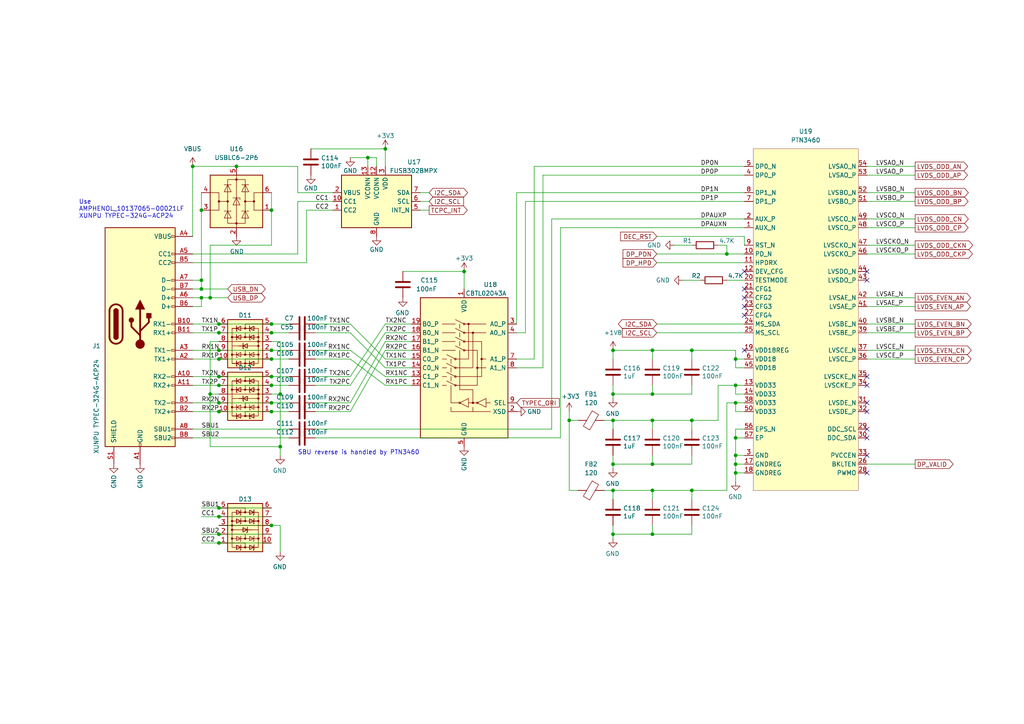
<source format=kicad_sch>
(kicad_sch (version 20231120) (generator "eeschema") (generator_version "8.0")
  (paper "A4")
  (title_block (title "Caster EPDC") (date "2022-07-03") (rev "R0.4") (company "Copyright 2022 Modos / Engineer: Wenting Zhang"))
  (lib_symbols
    (symbol "Analog_Switch:CBTL02043A"
      (property "Reference" "U" (at -12.7 21.59 0))
      (property "Value" "CBTL02043A" (at 6.35 21.59 0))
      (symbol "CBTL02043A_1_1"
        (pin power_in line (at 0 22.86 270) (length 2.54) (name "VDD") (number "1"))
        (pin passive line (at 0 22.86 270) (length 2.54) hide (name "VDD") (number "10"))
        (pin passive line (at 0 -22.86 90) (length 2.54) hide (name "GND") (number "11"))
        (pin passive line (at 15.24 -5.08 180) (length 2.54) (name "C1_N") (number "12"))
        (pin passive line (at 15.24 -2.54 180) (length 2.54) (name "C1_P") (number "13"))
        (pin passive line (at 15.24 0 180) (length 2.54) (name "C0_N") (number "14"))
        (pin passive line (at 15.24 2.54 180) (length 2.54) (name "C0_P") (number "15"))
        (pin passive line (at 15.24 5.08 180) (length 2.54) (name "B1_N") (number "16"))
        (pin passive line (at 15.24 7.62 180) (length 2.54) (name "B1_P") (number "17"))
        (pin passive line (at 15.24 10.16 180) (length 2.54) (name "B0_N") (number "18"))
        (pin passive line (at 15.24 12.7 180) (length 2.54) (name "B0_P") (number "19"))
        (pin input line (at -15.24 -12.7 0) (length 2.54) (name "XSD") (number "2"))
        (pin passive line (at 0 -22.86 90) (length 2.54) hide (name "GND") (number "20"))
        (pin passive line (at 0 -22.86 90) (length 2.54) hide (name "GND") (number "21"))
        (pin passive line (at -15.24 12.7 0) (length 2.54) (name "A0_P") (number "3"))
        (pin passive line (at -15.24 10.16 0) (length 2.54) (name "A0_N") (number "4"))
        (pin power_in line (at 0 -22.86 90) (length 2.54) (name "GND") (number "5"))
        (pin passive line (at 0 22.86 270) (length 2.54) hide (name "VDD") (number "6"))
        (pin passive line (at -15.24 2.54 0) (length 2.54) (name "A1_P") (number "7"))
        (pin passive line (at -15.24 0 0) (length 2.54) (name "A1_N") (number "8"))
        (pin input line (at -15.24 -10.16 0) (length 2.54) (name "SEL") (number "9"))
      )
    )
    (symbol "Connector:USB_C_Receptacle" (pin_names (offset 1.016))
      (property "Reference" "J" (at -10.16 29.21 0))
      (property "Value" "USB_C_Receptacle" (at 10.16 29.21 0))
      (symbol "USB_C_Receptacle_1_1"
        (pin passive line (at 0 -40.64 90) (length 5.08) (name "GND") (number "A1"))
        (pin bidirectional line (at 15.24 -15.24 180) (length 5.08) (name "RX2-") (number "A10"))
        (pin bidirectional line (at 15.24 -17.78 180) (length 5.08) (name "RX2+") (number "A11"))
        (pin passive line (at 0 -40.64 90) (length 5.08) hide (name "GND") (number "A12"))
        (pin bidirectional line (at 15.24 -10.16 180) (length 5.08) (name "TX1+") (number "A2"))
        (pin bidirectional line (at 15.24 -7.62 180) (length 5.08) (name "TX1-") (number "A3"))
        (pin passive line (at 15.24 25.4 180) (length 5.08) (name "VBUS") (number "A4"))
        (pin bidirectional line (at 15.24 20.32 180) (length 5.08) (name "CC1") (number "A5"))
        (pin bidirectional line (at 15.24 7.62 180) (length 5.08) (name "D+") (number "A6"))
        (pin bidirectional line (at 15.24 12.7 180) (length 5.08) (name "D-") (number "A7"))
        (pin bidirectional line (at 15.24 -30.48 180) (length 5.08) (name "SBU1") (number "A8"))
        (pin passive line (at 15.24 25.4 180) (length 5.08) hide (name "VBUS") (number "A9"))
        (pin passive line (at 0 -40.64 90) (length 5.08) hide (name "GND") (number "B1"))
        (pin bidirectional line (at 15.24 0 180) (length 5.08) (name "RX1-") (number "B10"))
        (pin bidirectional line (at 15.24 -2.54 180) (length 5.08) (name "RX1+") (number "B11"))
        (pin passive line (at 0 -40.64 90) (length 5.08) hide (name "GND") (number "B12"))
        (pin bidirectional line (at 15.24 -25.4 180) (length 5.08) (name "TX2+") (number "B2"))
        (pin bidirectional line (at 15.24 -22.86 180) (length 5.08) (name "TX2-") (number "B3"))
        (pin passive line (at 15.24 25.4 180) (length 5.08) hide (name "VBUS") (number "B4"))
        (pin bidirectional line (at 15.24 17.78 180) (length 5.08) (name "CC2") (number "B5"))
        (pin bidirectional line (at 15.24 5.08 180) (length 5.08) (name "D+") (number "B6"))
        (pin bidirectional line (at 15.24 10.16 180) (length 5.08) (name "D-") (number "B7"))
        (pin bidirectional line (at 15.24 -33.02 180) (length 5.08) (name "SBU2") (number "B8"))
        (pin passive line (at 15.24 25.4 180) (length 5.08) hide (name "VBUS") (number "B9"))
        (pin passive line (at -7.62 -40.64 90) (length 5.08) (name "SHIELD") (number "S1"))
      )
    )
    (symbol "Device:C" (pin_numbers hide) (pin_names (offset 0.254))
      (property "Reference" "C" (at 0.635 2.54 0))
      (property "Value" "C" (at 0.635 -2.54 0))
      (symbol "C_1_1"
        (pin passive line (at 0 3.81 270) (length 2.794) (name "~") (number "1"))
        (pin passive line (at 0 -3.81 90) (length 2.794) (name "~") (number "2"))
      )
    )
    (symbol "Device:FerriteBead" (pin_numbers hide) (pin_names (offset 0))
      (property "Reference" "FB" (at -3.81 0.635 90))
      (property "Value" "FerriteBead" (at 3.81 0 90))
      (symbol "FerriteBead_1_1"
        (pin passive line (at 0 3.81 270) (length 2.54) (name "~") (number "1"))
        (pin passive line (at 0 -3.81 90) (length 2.54) (name "~") (number "2"))
      )
    )
    (symbol "Device:R" (pin_numbers hide) (pin_names (offset 0))
      (property "Reference" "R" (at 2.032 0 90))
      (property "Value" "R" (at 0 0 90))
      (symbol "R_1_1"
        (pin passive line (at 0 3.81 270) (length 1.27) (name "~") (number "1"))
        (pin passive line (at 0 -3.81 90) (length 1.27) (name "~") (number "2"))
      )
    )
    (symbol "Interface_USB:FUSB302BMPX"
      (property "Reference" "U" (at -10.16 8.89 0))
      (property "Value" "FUSB302BMPX" (at 3.81 8.89 0))
      (symbol "FUSB302BMPX_1_1"
        (pin bidirectional line (at 12.7 -2.54 180) (length 2.54) (name "CC2") (number "1"))
        (pin bidirectional line (at 12.7 0 180) (length 2.54) (name "CC1") (number "10"))
        (pin bidirectional line (at 12.7 0 180) (length 2.54) hide (name "CC1") (number "11"))
        (pin power_in line (at 0 10.16 270) (length 2.54) (name "VCONN") (number "12"))
        (pin power_in line (at 2.54 10.16 270) (length 2.54) (name "VCONN") (number "13"))
        (pin bidirectional line (at 12.7 -2.54 180) (length 2.54) hide (name "CC2") (number "14"))
        (pin passive line (at 0 -10.16 90) (length 2.54) hide (name "GND") (number "15"))
        (pin input line (at 12.7 2.54 180) (length 2.54) (name "VBUS") (number "2"))
        (pin power_in line (at -2.54 10.16 270) (length 2.54) (name "VDD") (number "3"))
        (pin passive line (at -2.54 10.16 270) (length 2.54) hide (name "VDD") (number "4"))
        (pin open_collector line (at -12.7 -2.54 0) (length 2.54) (name "INT_N") (number "5"))
        (pin input line (at -12.7 0 0) (length 2.54) (name "SCL") (number "6"))
        (pin bidirectional line (at -12.7 2.54 0) (length 2.54) (name "SDA") (number "7"))
        (pin power_in line (at 0 -10.16 90) (length 2.54) (name "GND") (number "8"))
        (pin passive line (at 0 -10.16 90) (length 2.54) hide (name "GND") (number "9"))
      )
    )
    (symbol "Power_Protection:USBLC6-2P6" (pin_names hide)
      (property "Reference" "U" (at 2.54 8.89 0))
      (property "Value" "USBLC6-2P6" (at 2.54 -8.89 0))
      (symbol "USBLC6-2P6_1_1"
        (pin passive line (at -10.16 -2.54 0) (length 2.54) (name "I/O1") (number "1"))
        (pin passive line (at 0 -10.16 90) (length 2.54) (name "GND") (number "2"))
        (pin passive line (at 10.16 -2.54 180) (length 2.54) (name "I/O2") (number "3"))
        (pin passive line (at 10.16 2.54 180) (length 2.54) (name "I/O2") (number "4"))
        (pin passive line (at 0 10.16 270) (length 2.54) (name "VBUS") (number "5"))
        (pin passive line (at -10.16 2.54 0) (length 2.54) (name "I/O1") (number "6"))
      )
    )
    (symbol "power:+1V8" (power) (pin_names (offset 0))
      (property "Value" "+1V8" (at 0 3.556 0))
      (symbol "+1V8_1_1"
        (pin power_in line (at 0 0 90) (length 0) hide (name "+1V8") (number "1"))
      )
    )
    (symbol "power:+3V3" (power) (pin_names (offset 0))
      (property "Value" "+3V3" (at 0 3.556 0))
      (symbol "+3V3_1_1"
        (pin power_in line (at 0 0 90) (length 0) hide (name "+3V3") (number "1"))
      )
    )
    (symbol "power:GND" (power) (pin_names (offset 0))
      (property "Value" "GND" (at 0 -3.81 0))
      (symbol "GND_1_1"
        (pin power_in line (at 0 0 270) (length 0) hide (name "GND") (number "1"))
      )
    )
    (symbol "power:VBUS" (power) (pin_names (offset 0))
      (property "Value" "VBUS" (at 0 3.81 0))
      (symbol "VBUS_1_1"
        (pin power_in line (at 0 0 90) (length 0) hide (name "VBUS") (number "1"))
      )
    )
    (symbol "symbols:PTN3460"
      (property "Reference" "U" (at 0 0 0))
      (property "Value" "PTN3460" (at 0 -2.54 0))
      (symbol "PTN3460_1_1"
        (pin bidirectional line (at -17.78 -27.94 0) (length 2.54) (name "AUX_N") (number "1"))
        (pin input line (at -17.78 -35.56 0) (length 2.54) (name "PD_N") (number "10"))
        (pin input line (at -17.78 -38.1 0) (length 2.54) (name "HPDRX") (number "11"))
        (pin input line (at -17.78 -40.64 0) (length 2.54) (name "DEV_CFG") (number "12"))
        (pin power_in line (at -17.78 -73.66 0) (length 2.54) (name "VDD33") (number "13"))
        (pin power_in line (at -17.78 -76.2 0) (length 2.54) (name "VDD33") (number "14"))
        (pin input line (at 0 -93.98 0) (length 2.54) hide (name "NC") (number "15"))
        (pin input line (at 0 -96.52 0) (length 2.54) hide (name "NC") (number "16"))
        (pin power_in line (at -17.78 -96.52 0) (length 2.54) (name "GNDREG") (number "17"))
        (pin power_in line (at -17.78 -99.06 0) (length 2.54) (name "GNDREG") (number "18"))
        (pin power_out line (at -17.78 -63.5 0) (length 2.54) (name "VDD18REG") (number "19"))
        (pin bidirectional line (at -17.78 -25.4 0) (length 2.54) (name "AUX_P") (number "2"))
        (pin input line (at -17.78 -43.18 0) (length 2.54) (name "TESTMODE") (number "20"))
        (pin input line (at -17.78 -45.72 0) (length 2.54) (name "CFG1") (number "21"))
        (pin input line (at -17.78 -48.26 0) (length 2.54) (name "CFG2") (number "22"))
        (pin input line (at -17.78 -50.8 0) (length 2.54) (name "CFG3") (number "23"))
        (pin input line (at -17.78 -55.88 0) (length 2.54) (name "MS_SDA") (number "24"))
        (pin input line (at -17.78 -58.42 0) (length 2.54) (name "MS_SCL") (number "25"))
        (pin output line (at 17.78 -96.52 180) (length 2.54) (name "BKLTEN") (number "26"))
        (pin input line (at -17.78 -53.34 0) (length 2.54) (name "CFG4") (number "27"))
        (pin output line (at 17.78 -99.06 180) (length 2.54) (name "PWMO") (number "28"))
        (pin open_collector line (at 17.78 -86.36 180) (length 2.54) (name "DDC_SCL") (number "29"))
        (pin power_in line (at -17.78 -93.98 0) (length 2.54) (name "GND") (number "3"))
        (pin open_collector line (at 17.78 -88.9 180) (length 2.54) (name "DDC_SDA") (number "30"))
        (pin output line (at 17.78 -78.74 180) (length 2.54) (name "LVSDE_N") (number "31"))
        (pin output line (at 17.78 -81.28 180) (length 2.54) (name "LVSDE_P") (number "32"))
        (pin output line (at 17.78 -93.98 180) (length 2.54) (name "PVCCEN") (number "33"))
        (pin output line (at 17.78 -73.66 180) (length 2.54) (name "LVSCKE_P") (number "34"))
        (pin output line (at 17.78 -71.12 180) (length 2.54) (name "LVSCKE_N") (number "35"))
        (pin output line (at 17.78 -66.04 180) (length 2.54) (name "LVSCE_P") (number "36"))
        (pin output line (at 17.78 -63.5 180) (length 2.54) (name "LVSCE_N") (number "37"))
        (pin power_in line (at -17.78 -78.74 0) (length 2.54) (name "VDD33") (number "38"))
        (pin output line (at 17.78 -58.42 180) (length 2.54) (name "LVSBE_P") (number "39"))
        (pin input line (at -17.78 -12.7 0) (length 2.54) (name "DP0_P") (number "4"))
        (pin output line (at 17.78 -55.88 180) (length 2.54) (name "LVSBE_N") (number "40"))
        (pin output line (at 17.78 -50.8 180) (length 2.54) (name "LVSAE_P") (number "41"))
        (pin output line (at 17.78 -48.26 180) (length 2.54) (name "LVSAE_N") (number "42"))
        (pin output line (at 17.78 -43.18 180) (length 2.54) (name "LVSDO_P") (number "43"))
        (pin output line (at 17.78 -40.64 180) (length 2.54) (name "LVSDO_N") (number "44"))
        (pin power_in line (at -17.78 -68.58 0) (length 2.54) (name "VDD18") (number "45"))
        (pin output line (at 17.78 -35.56 180) (length 2.54) (name "LVSCKO_P") (number "46"))
        (pin output line (at 17.78 -33.02 180) (length 2.54) (name "LVSCKO_N") (number "47"))
        (pin output line (at 17.78 -27.94 180) (length 2.54) (name "LVSCO_P") (number "48"))
        (pin output line (at 17.78 -25.4 180) (length 2.54) (name "LVSCO_N") (number "49"))
        (pin input line (at -17.78 -10.16 0) (length 2.54) (name "DP0_N") (number "5"))
        (pin power_in line (at -17.78 -81.28 0) (length 2.54) (name "VDD33") (number "50"))
        (pin output line (at 17.78 -20.32 180) (length 2.54) (name "LVSBO_P") (number "51"))
        (pin output line (at 17.78 -17.78 180) (length 2.54) (name "LVSBO_N") (number "52"))
        (pin output line (at 17.78 -12.7 180) (length 2.54) (name "LVSAO_P") (number "53"))
        (pin output line (at 17.78 -10.16 180) (length 2.54) (name "LVSAO_N") (number "54"))
        (pin input line (at 0 -99.06 0) (length 2.54) hide (name "NC") (number "55"))
        (pin input line (at -17.78 -86.36 0) (length 2.54) (name "EPS_N") (number "56"))
        (pin input line (at -17.78 -88.9 0) (length 2.54) (name "EP") (number "57"))
        (pin power_in line (at -17.78 -66.04 0) (length 2.54) (name "VDD18") (number "6"))
        (pin input line (at -17.78 -20.32 0) (length 2.54) (name "DP1_P") (number "7"))
        (pin input line (at -17.78 -17.78 0) (length 2.54) (name "DP1_N") (number "8"))
        (pin input line (at -17.78 -33.02 0) (length 2.54) (name "RST_N") (number "9"))
      )
    )
    (symbol "symbols:RCLAMP0524P" (pin_names hide)
      (property "Reference" "D" (at 7.62 1.27 0))
      (property "Value" "RCLAMP0524P" (at 7.62 -0.635 0))
      (symbol "RCLAMP0524P_0_0"
        (pin passive line (at 0 -7.62 90) (length 2.54) (name "GND") (number "3"))
      )
      (symbol "RCLAMP0524P_1_1"
        (pin passive line (at -5.08 -7.62 90) (length 2.54) (name "IO1") (number "1"))
        (pin passive line (at -5.08 7.62 270) (length 2.54) (name "NC4") (number "10"))
        (pin passive line (at -2.54 -7.62 90) (length 2.54) (name "IO2") (number "2"))
        (pin passive line (at 2.54 -7.62 90) (length 2.54) (name "IO3") (number "4"))
        (pin passive line (at 5.08 -7.62 90) (length 2.54) (name "IO4") (number "5"))
        (pin passive line (at 5.08 7.62 270) (length 2.54) (name "NC1") (number "6"))
        (pin passive line (at 2.54 7.62 270) (length 2.54) (name "NC2") (number "7"))
        (pin passive line (at 0 7.62 270) (length 2.54) (name "GND") (number "8"))
        (pin passive line (at -2.54 7.62 270) (length 2.54) (name "NC3") (number "9"))
      )
    )
  )
  (junction (at 177.8 142.24) (diameter 0.9144))
  (junction (at 213.36 127))
  (junction (at 63.5 147.32))
  (junction (at 189.23 101.6) (diameter 0.9144))
  (junction (at 177.8 101.6))
  (junction (at 78.74 109.22))
  (junction (at 78.74 96.52))
  (junction (at 60.96 86.36))
  (junction (at 58.42 81.28))
  (junction (at 63.5 93.98))
  (junction (at 81.28 129.54))
  (junction (at 177.8 134.62) (diameter 0.9144))
  (junction (at 189.23 154.94) (diameter 0.9144))
  (junction (at 78.74 152.4))
  (junction (at 63.5 101.6))
  (junction (at 78.74 111.76))
  (junction (at 213.36 134.62) (diameter 0.9144))
  (junction (at 78.74 104.14))
  (junction (at 78.74 119.38))
  (junction (at 63.5 111.76))
  (junction (at 78.74 101.6))
  (junction (at 63.5 157.48))
  (junction (at 213.36 116.84) (diameter 0.9144))
  (junction (at 58.42 60.96))
  (junction (at 78.74 116.84))
  (junction (at 111.76 43.18))
  (junction (at 63.5 109.22))
  (junction (at 213.36 104.14) (diameter 0.9144))
  (junction (at 68.58 48.26))
  (junction (at 106.68 45.72))
  (junction (at 189.23 142.24) (diameter 0.9144))
  (junction (at 177.8 121.92) (diameter 0.9144))
  (junction (at 78.74 93.98))
  (junction (at 63.5 96.52))
  (junction (at 63.5 116.84))
  (junction (at 189.23 134.62) (diameter 0.9144))
  (junction (at 81.28 114.3))
  (junction (at 213.36 132.08) (diameter 0.9144))
  (junction (at 60.96 114.3))
  (junction (at 63.5 104.14))
  (junction (at 134.62 78.74))
  (junction (at 213.36 137.16) (diameter 0.9144))
  (junction (at 177.8 154.94) (diameter 0.9144))
  (junction (at 63.5 154.94))
  (junction (at 58.42 86.36))
  (junction (at 189.23 114.3) (diameter 0.9144))
  (junction (at 165.1 121.92) (diameter 0.9144))
  (junction (at 200.66 142.24) (diameter 0.9144))
  (junction (at 210.82 73.66))
  (junction (at 78.74 60.96))
  (junction (at 177.8 114.3) (diameter 0.9144))
  (junction (at 63.5 119.38))
  (junction (at 55.88 48.26))
  (junction (at 200.66 121.92) (diameter 0.9144))
  (junction (at 58.42 83.82))
  (junction (at 189.23 121.92) (diameter 0.9144))
  (junction (at 200.66 101.6) (diameter 0.9144))
  (junction (at 63.5 149.86))
  (junction (at 213.36 111.76) (diameter 0.9144))
  (no_connect (at 251.46 78.74))
  (no_connect (at 215.9 91.44))
  (no_connect (at 215.9 101.6))
  (no_connect (at 251.46 111.76))
  (no_connect (at 251.46 124.46))
  (no_connect (at 215.9 88.9))
  (no_connect (at 251.46 127))
  (no_connect (at 251.46 81.28))
  (no_connect (at 215.9 86.36))
  (no_connect (at 215.9 78.74))
  (no_connect (at 251.46 119.38))
  (no_connect (at 251.46 132.08))
  (no_connect (at 215.9 83.82))
  (no_connect (at 251.46 109.22))
  (no_connect (at 251.46 116.84))
  (no_connect (at 251.46 137.16))
  (wire (pts (xy 91.44 119.38) (xy 101.6 119.38)))
  (wire (pts (xy 213.36 124.46) (xy 213.36 127)))
  (wire (pts (xy 63.5 147.32) (xy 78.74 147.32)))
  (wire (pts (xy 198.12 81.28) (xy 203.2 81.28)))
  (wire (pts (xy 78.74 60.96) (xy 78.74 55.88)))
  (wire (pts (xy 251.46 73.66) (xy 265.43 73.66)))
  (wire (pts (xy 78.74 71.12) (xy 60.96 71.12)))
  (wire (pts (xy 101.6 96.52) (xy 111.76 106.68)))
  (wire (pts (xy 111.76 111.76) (xy 119.38 111.76)))
  (wire (pts (xy 165.1 119.38) (xy 165.1 121.92)))
  (wire (pts (xy 251.46 101.6) (xy 265.43 101.6)))
  (wire (pts (xy 149.86 55.88) (xy 149.86 93.98)))
  (wire (pts (xy 177.8 142.24) (xy 177.8 144.78)))
  (wire (pts (xy 149.86 55.88) (xy 215.9 55.88)))
  (wire (pts (xy 55.88 86.36) (xy 58.42 86.36)))
  (wire (pts (xy 157.48 50.8) (xy 215.9 50.8)))
  (wire (pts (xy 91.44 111.76) (xy 101.6 111.76)))
  (wire (pts (xy 177.8 154.94) (xy 177.8 156.21)))
  (wire (pts (xy 215.9 68.58) (xy 215.9 71.12)))
  (wire (pts (xy 165.1 121.92) (xy 167.64 121.92)))
  (wire (pts (xy 78.74 152.4) (xy 81.28 152.4)))
  (wire (pts (xy 215.9 114.3) (xy 213.36 114.3)))
  (wire (pts (xy 154.94 48.26) (xy 215.9 48.26)))
  (wire (pts (xy 63.5 116.84) (xy 78.74 116.84)))
  (wire (pts (xy 189.23 154.94) (xy 200.66 154.94)))
  (wire (pts (xy 165.1 142.24) (xy 167.64 142.24)))
  (wire (pts (xy 60.96 114.3) (xy 60.96 129.54)))
  (wire (pts (xy 101.6 101.6) (xy 111.76 109.22)))
  (wire (pts (xy 213.36 119.38) (xy 213.36 116.84)))
  (wire (pts (xy 213.36 111.76) (xy 215.9 111.76)))
  (wire (pts (xy 121.92 55.88) (xy 124.46 55.88)))
  (wire (pts (xy 91.44 96.52) (xy 101.6 96.52)))
  (wire (pts (xy 91.44 93.98) (xy 101.6 93.98)))
  (wire (pts (xy 189.23 142.24) (xy 177.8 142.24)))
  (wire (pts (xy 58.42 86.36) (xy 60.96 86.36)))
  (wire (pts (xy 213.36 137.16) (xy 215.9 137.16)))
  (wire (pts (xy 55.88 124.46) (xy 83.82 124.46)))
  (wire (pts (xy 251.46 58.42) (xy 265.43 58.42)))
  (wire (pts (xy 213.36 104.14) (xy 215.9 104.14)))
  (wire (pts (xy 111.76 96.52) (xy 119.38 96.52)))
  (wire (pts (xy 78.74 116.84) (xy 83.82 116.84)))
  (wire (pts (xy 88.9 60.96) (xy 96.52 60.96)))
  (wire (pts (xy 160.02 63.5) (xy 215.9 63.5)))
  (wire (pts (xy 149.86 96.52) (xy 152.4 96.52)))
  (wire (pts (xy 81.28 114.3) (xy 81.28 129.54)))
  (wire (pts (xy 200.66 132.08) (xy 200.66 134.62)))
  (wire (pts (xy 55.88 73.66) (xy 86.36 73.66)))
  (wire (pts (xy 55.88 119.38) (xy 63.5 119.38)))
  (wire (pts (xy 58.42 60.96) (xy 58.42 55.88)))
  (wire (pts (xy 210.82 81.28) (xy 215.9 81.28)))
  (wire (pts (xy 189.23 114.3) (xy 177.8 114.3)))
  (wire (pts (xy 55.88 83.82) (xy 58.42 83.82)))
  (wire (pts (xy 55.88 116.84) (xy 63.5 116.84)))
  (wire (pts (xy 55.88 111.76) (xy 63.5 111.76)))
  (wire (pts (xy 189.23 101.6) (xy 189.23 104.14)))
  (wire (pts (xy 78.74 119.38) (xy 83.82 119.38)))
  (wire (pts (xy 111.76 93.98) (xy 119.38 93.98)))
  (wire (pts (xy 91.44 124.46) (xy 160.02 124.46)))
  (wire (pts (xy 190.5 68.58) (xy 215.9 68.58)))
  (wire (pts (xy 55.88 93.98) (xy 63.5 93.98)))
  (wire (pts (xy 63.5 104.14) (xy 78.74 104.14)))
  (wire (pts (xy 251.46 96.52) (xy 265.43 96.52)))
  (wire (pts (xy 60.96 129.54) (xy 81.28 129.54)))
  (wire (pts (xy 210.82 116.84) (xy 213.36 116.84)))
  (wire (pts (xy 177.8 152.4) (xy 177.8 154.94)))
  (wire (pts (xy 58.42 83.82) (xy 58.42 81.28)))
  (wire (pts (xy 78.74 104.14) (xy 83.82 104.14)))
  (wire (pts (xy 213.36 132.08) (xy 215.9 132.08)))
  (wire (pts (xy 63.5 157.48) (xy 78.74 157.48)))
  (wire (pts (xy 200.66 142.24) (xy 189.23 142.24)))
  (wire (pts (xy 63.5 152.4) (xy 78.74 152.4)))
  (wire (pts (xy 91.44 104.14) (xy 101.6 104.14)))
  (wire (pts (xy 60.96 86.36) (xy 66.04 86.36)))
  (wire (pts (xy 58.42 154.94) (xy 63.5 154.94)))
  (wire (pts (xy 251.46 63.5) (xy 265.43 63.5)))
  (wire (pts (xy 55.88 127) (xy 83.82 127)))
  (wire (pts (xy 200.66 101.6) (xy 189.23 101.6)))
  (wire (pts (xy 213.36 116.84) (xy 215.9 116.84)))
  (wire (pts (xy 162.56 66.04) (xy 215.9 66.04)))
  (wire (pts (xy 251.46 71.12) (xy 265.43 71.12)))
  (wire (pts (xy 111.76 104.14) (xy 119.38 104.14)))
  (wire (pts (xy 63.5 119.38) (xy 78.74 119.38)))
  (wire (pts (xy 162.56 66.04) (xy 162.56 127)))
  (wire (pts (xy 208.28 71.12) (xy 210.82 71.12)))
  (wire (pts (xy 55.88 109.22) (xy 63.5 109.22)))
  (wire (pts (xy 189.23 154.94) (xy 177.8 154.94)))
  (wire (pts (xy 152.4 58.42) (xy 152.4 96.52)))
  (wire (pts (xy 101.6 109.22) (xy 111.76 93.98)))
  (wire (pts (xy 189.23 152.4) (xy 189.23 154.94)))
  (wire (pts (xy 213.36 134.62) (xy 213.36 137.16)))
  (wire (pts (xy 177.8 111.76) (xy 177.8 114.3)))
  (wire (pts (xy 78.74 114.3) (xy 81.28 114.3)))
  (wire (pts (xy 121.92 60.96) (xy 124.46 60.96)))
  (wire (pts (xy 190.5 93.98) (xy 215.9 93.98)))
  (wire (pts (xy 190.5 76.2) (xy 215.9 76.2)))
  (wire (pts (xy 58.42 88.9) (xy 58.42 86.36)))
  (wire (pts (xy 213.36 137.16) (xy 213.36 139.7)))
  (wire (pts (xy 149.86 106.68) (xy 157.48 106.68)))
  (wire (pts (xy 200.66 111.76) (xy 200.66 114.3)))
  (wire (pts (xy 78.74 93.98) (xy 83.82 93.98)))
  (wire (pts (xy 160.02 63.5) (xy 160.02 124.46)))
  (wire (pts (xy 116.84 78.74) (xy 134.62 78.74)))
  (wire (pts (xy 63.5 154.94) (xy 78.74 154.94)))
  (wire (pts (xy 213.36 127) (xy 213.36 132.08)))
  (wire (pts (xy 208.28 111.76) (xy 213.36 111.76)))
  (wire (pts (xy 210.82 71.12) (xy 210.82 73.66)))
  (wire (pts (xy 58.42 81.28) (xy 58.42 60.96)))
  (wire (pts (xy 55.88 76.2) (xy 88.9 76.2)))
  (wire (pts (xy 200.66 101.6) (xy 213.36 101.6)))
  (wire (pts (xy 200.66 152.4) (xy 200.66 154.94)))
  (wire (pts (xy 101.6 119.38) (xy 111.76 101.6)))
  (wire (pts (xy 109.22 45.72) (xy 109.22 48.26)))
  (wire (pts (xy 189.23 142.24) (xy 189.23 144.78)))
  (wire (pts (xy 63.5 101.6) (xy 78.74 101.6)))
  (wire (pts (xy 121.92 58.42) (xy 124.46 58.42)))
  (wire (pts (xy 90.17 43.18) (xy 111.76 43.18)))
  (wire (pts (xy 63.5 93.98) (xy 78.74 93.98)))
  (wire (pts (xy 189.23 114.3) (xy 200.66 114.3)))
  (wire (pts (xy 200.66 142.24) (xy 200.66 144.78)))
  (wire (pts (xy 177.8 132.08) (xy 177.8 134.62)))
  (wire (pts (xy 195.58 71.12) (xy 200.66 71.12)))
  (wire (pts (xy 251.46 66.04) (xy 265.43 66.04)))
  (wire (pts (xy 213.36 132.08) (xy 213.36 134.62)))
  (wire (pts (xy 55.88 88.9) (xy 58.42 88.9)))
  (wire (pts (xy 251.46 134.62) (xy 265.43 134.62)))
  (wire (pts (xy 175.26 142.24) (xy 177.8 142.24)))
  (wire (pts (xy 86.36 55.88) (xy 86.36 48.26)))
  (wire (pts (xy 78.74 60.96) (xy 78.74 71.12)))
  (wire (pts (xy 58.42 157.48) (xy 63.5 157.48)))
  (wire (pts (xy 251.46 50.8) (xy 265.43 50.8)))
  (wire (pts (xy 55.88 104.14) (xy 63.5 104.14)))
  (wire (pts (xy 189.23 121.92) (xy 177.8 121.92)))
  (wire (pts (xy 200.66 121.92) (xy 208.28 121.92)))
  (wire (pts (xy 154.94 48.26) (xy 154.94 104.14)))
  (wire (pts (xy 106.68 48.26) (xy 106.68 45.72)))
  (wire (pts (xy 189.23 134.62) (xy 177.8 134.62)))
  (wire (pts (xy 63.5 114.3) (xy 60.96 114.3)))
  (wire (pts (xy 165.1 121.92) (xy 165.1 142.24)))
  (wire (pts (xy 189.23 121.92) (xy 189.23 124.46)))
  (wire (pts (xy 189.23 111.76) (xy 189.23 114.3)))
  (wire (pts (xy 78.74 96.52) (xy 83.82 96.52)))
  (wire (pts (xy 213.36 106.68) (xy 213.36 104.14)))
  (wire (pts (xy 177.8 114.3) (xy 177.8 115.57)))
  (wire (pts (xy 101.6 116.84) (xy 111.76 99.06)))
  (wire (pts (xy 88.9 60.96) (xy 88.9 76.2)))
  (wire (pts (xy 55.88 48.26) (xy 55.88 68.58)))
  (wire (pts (xy 106.68 45.72) (xy 109.22 45.72)))
  (wire (pts (xy 208.28 111.76) (xy 208.28 121.92)))
  (wire (pts (xy 200.66 121.92) (xy 189.23 121.92)))
  (wire (pts (xy 63.5 111.76) (xy 78.74 111.76)))
  (wire (pts (xy 251.46 55.88) (xy 265.43 55.88)))
  (wire (pts (xy 134.62 78.74) (xy 134.62 83.82)))
  (wire (pts (xy 215.9 124.46) (xy 213.36 124.46)))
  (wire (pts (xy 177.8 101.6) (xy 177.8 104.14)))
  (wire (pts (xy 213.36 134.62) (xy 215.9 134.62)))
  (wire (pts (xy 251.46 86.36) (xy 265.43 86.36)))
  (wire (pts (xy 190.5 96.52) (xy 215.9 96.52)))
  (wire (pts (xy 86.36 58.42) (xy 86.36 73.66)))
  (wire (pts (xy 101.6 93.98) (xy 111.76 104.14)))
  (wire (pts (xy 81.28 129.54) (xy 81.28 132.08)))
  (wire (pts (xy 86.36 58.42) (xy 96.52 58.42)))
  (wire (pts (xy 251.46 48.26) (xy 265.43 48.26)))
  (wire (pts (xy 101.6 111.76) (xy 111.76 96.52)))
  (wire (pts (xy 157.48 50.8) (xy 157.48 106.68)))
  (wire (pts (xy 101.6 45.72) (xy 106.68 45.72)))
  (wire (pts (xy 111.76 99.06) (xy 119.38 99.06)))
  (wire (pts (xy 200.66 121.92) (xy 200.66 124.46)))
  (wire (pts (xy 55.88 48.26) (xy 68.58 48.26)))
  (wire (pts (xy 91.44 127) (xy 162.56 127)))
  (wire (pts (xy 78.74 111.76) (xy 83.82 111.76)))
  (wire (pts (xy 101.6 104.14) (xy 111.76 111.76)))
  (wire (pts (xy 251.46 88.9) (xy 265.43 88.9)))
  (wire (pts (xy 55.88 101.6) (xy 63.5 101.6)))
  (wire (pts (xy 63.5 96.52) (xy 78.74 96.52)))
  (wire (pts (xy 58.42 149.86) (xy 63.5 149.86)))
  (wire (pts (xy 86.36 48.26) (xy 68.58 48.26)))
  (wire (pts (xy 63.5 149.86) (xy 78.74 149.86)))
  (wire (pts (xy 111.76 106.68) (xy 119.38 106.68)))
  (wire (pts (xy 91.44 116.84) (xy 101.6 116.84)))
  (wire (pts (xy 200.66 101.6) (xy 200.66 104.14)))
  (wire (pts (xy 215.9 127) (xy 213.36 127)))
  (wire (pts (xy 149.86 104.14) (xy 154.94 104.14)))
  (wire (pts (xy 55.88 81.28) (xy 58.42 81.28)))
  (wire (pts (xy 91.44 109.22) (xy 101.6 109.22)))
  (wire (pts (xy 81.28 99.06) (xy 81.28 114.3)))
  (wire (pts (xy 78.74 99.06) (xy 81.28 99.06)))
  (wire (pts (xy 63.5 109.22) (xy 78.74 109.22)))
  (wire (pts (xy 60.96 71.12) (xy 60.96 86.36)))
  (wire (pts (xy 152.4 58.42) (xy 215.9 58.42)))
  (wire (pts (xy 213.36 104.14) (xy 213.36 101.6)))
  (wire (pts (xy 60.96 99.06) (xy 60.96 114.3)))
  (wire (pts (xy 189.23 101.6) (xy 177.8 101.6)))
  (wire (pts (xy 177.8 121.92) (xy 177.8 124.46)))
  (wire (pts (xy 96.52 55.88) (xy 86.36 55.88)))
  (wire (pts (xy 91.44 101.6) (xy 101.6 101.6)))
  (wire (pts (xy 215.9 106.68) (xy 213.36 106.68)))
  (wire (pts (xy 190.5 73.66) (xy 210.82 73.66)))
  (wire (pts (xy 189.23 134.62) (xy 200.66 134.62)))
  (wire (pts (xy 111.76 43.18) (xy 111.76 48.26)))
  (wire (pts (xy 251.46 104.14) (xy 265.43 104.14)))
  (wire (pts (xy 189.23 132.08) (xy 189.23 134.62)))
  (wire (pts (xy 213.36 114.3) (xy 213.36 111.76)))
  (wire (pts (xy 210.82 142.24) (xy 210.82 116.84)))
  (wire (pts (xy 210.82 73.66) (xy 215.9 73.66)))
  (wire (pts (xy 55.88 96.52) (xy 63.5 96.52)))
  (wire (pts (xy 175.26 121.92) (xy 177.8 121.92)))
  (wire (pts (xy 111.76 109.22) (xy 119.38 109.22)))
  (wire (pts (xy 58.42 83.82) (xy 66.04 83.82)))
  (wire (pts (xy 251.46 93.98) (xy 265.43 93.98)))
  (wire (pts (xy 63.5 99.06) (xy 60.96 99.06)))
  (wire (pts (xy 111.76 101.6) (xy 119.38 101.6)))
  (wire (pts (xy 213.36 119.38) (xy 215.9 119.38)))
  (wire (pts (xy 58.42 147.32) (xy 63.5 147.32)))
  (wire (pts (xy 200.66 142.24) (xy 210.82 142.24)))
  (wire (pts (xy 81.28 152.4) (xy 81.28 160.02)))
  (wire (pts (xy 78.74 101.6) (xy 83.82 101.6)))
  (wire (pts (xy 78.74 109.22) (xy 83.82 109.22)))
  (wire (pts (xy 177.8 134.62) (xy 177.8 135.89)))
  (text "Use\nAMPHENOL_10137065-00021LF\nXUNPU TYPEC-324G-ACP24" (at 22.86 63.5 0) (effects (font (size 1.27 1.27)) (justify left bottom)))
  (text "SBU reverse is handled by PTN3460" (at 86.36 132.08 0) (effects (font (size 1.27 1.27)) (justify left bottom)))
  (label "DPAUXN" (at 203.2 66.04 0))
  (label "SBU1" (at 58.42 147.32 0))
  (label "LVSBO_N" (at 254 55.88 0))
  (label "RX2N" (at 58.42 116.84 0))
  (label "LVSCKO_P" (at 254 73.66 0))
  (label "TX2P" (at 58.42 111.76 0))
  (label "RX1PC" (at 101.6 104.14 180))
  (label "LVSAE_N" (at 254 86.36 0))
  (label "LVSCE_P" (at 254 104.14 0))
  (label "SBU1" (at 58.42 124.46 0))
  (label "LVSCO_P" (at 254 66.04 0))
  (label "RX1PC" (at 111.76 111.76 0))
  (label "TX1PC" (at 101.6 96.52 180))
  (label "TX1N" (at 58.42 93.98 0))
  (label "LVSBO_P" (at 254 58.42 0))
  (label "DP0N" (at 203.2 48.26 0))
  (label "DP0P" (at 203.2 50.8 0))
  (label "RX1P" (at 58.42 104.14 0))
  (label "TX2NC" (at 111.76 93.98 0))
  (label "TX1NC" (at 101.6 93.98 180))
  (label "RX2P" (at 58.42 119.38 0))
  (label "TX1NC" (at 111.76 104.14 0))
  (label "RX2NC" (at 101.6 116.84 180))
  (label "RX2NC" (at 111.76 99.06 0))
  (label "TX2N" (at 58.42 109.22 0))
  (label "SBU2" (at 58.42 154.94 0))
  (label "CC1" (at 91.44 58.42 0))
  (label "TX2PC" (at 101.6 111.76 180))
  (label "TX1P" (at 58.42 96.52 0))
  (label "TX2NC" (at 101.6 109.22 180))
  (label "LVSAO_P" (at 254 50.8 0))
  (label "RX1NC" (at 101.6 101.6 180))
  (label "RX2PC" (at 101.6 119.38 180))
  (label "LVSAO_N" (at 254 48.26 0))
  (label "TX2PC" (at 111.76 96.52 0))
  (label "DP1N" (at 203.2 55.88 0))
  (label "LVSBE_P" (at 254 96.52 0))
  (label "CC2" (at 91.44 60.96 0))
  (label "CC2" (at 58.42 157.48 0))
  (label "CC1" (at 58.42 149.86 0))
  (label "DPAUXP" (at 203.2 63.5 0))
  (label "RX1N" (at 58.42 101.6 0))
  (label "DP1P" (at 203.2 58.42 0))
  (label "LVSCO_N" (at 254 63.5 0))
  (label "LVSCKO_N" (at 254 71.12 0))
  (label "LVSCE_N" (at 254 101.6 0))
  (label "RX2PC" (at 111.76 101.6 0))
  (label "LVSBE_N" (at 254 93.98 0))
  (label "SBU2" (at 58.42 127 0))
  (label "RX1NC" (at 111.76 109.22 0))
  (label "TX1PC" (at 111.76 106.68 0))
  (label "LVSAE_P" (at 254 88.9 0))
  (global_label "TYPEC_ORI" (shape input) (at 149.86 116.84 0) (property "Intersheetrefs" "${INTERSHEET_REFS}" (effects (hide yes))))
  (global_label "LVDS_ODD_BP" (shape output) (at 265.43 58.42 0) (property "Intersheetrefs" "${INTERSHEET_REFS}" (effects (hide yes))))
  (global_label "LVDS_ODD_AP" (shape output) (at 265.43 50.8 0) (property "Intersheetrefs" "${INTERSHEET_REFS}" (effects (hide yes))))
  (global_label "LVDS_ODD_CKP" (shape output) (at 265.43 73.66 0) (property "Intersheetrefs" "${INTERSHEET_REFS}" (effects (hide yes))))
  (global_label "TCPC_INT" (shape output) (at 124.46 60.96 0) (property "Intersheetrefs" "${INTERSHEET_REFS}" (effects (hide yes))))
  (global_label "DP_PDN" (shape input) (at 190.5 73.66 180) (property "Intersheetrefs" "${INTERSHEET_REFS}" (effects (hide yes))))
  (global_label "LVDS_ODD_CP" (shape output) (at 265.43 66.04 0) (property "Intersheetrefs" "${INTERSHEET_REFS}" (effects (hide yes))))
  (global_label "LVDS_ODD_CKN" (shape output) (at 265.43 71.12 0) (property "Intersheetrefs" "${INTERSHEET_REFS}" (effects (hide yes))))
  (global_label "I2C_SCL" (shape input) (at 124.46 58.42 0) (property "Intersheetrefs" "${INTERSHEET_REFS}" (effects (hide yes))))
  (global_label "LVDS_ODD_AN" (shape output) (at 265.43 48.26 0) (property "Intersheetrefs" "${INTERSHEET_REFS}" (effects (hide yes))))
  (global_label "LVDS_ODD_CN" (shape output) (at 265.43 63.5 0) (property "Intersheetrefs" "${INTERSHEET_REFS}" (effects (hide yes))))
  (global_label "I2C_SDA" (shape bidirectional) (at 190.5 93.98 180) (property "Intersheetrefs" "${INTERSHEET_REFS}" (effects (hide yes))))
  (global_label "LVDS_EVEN_CP" (shape output) (at 265.43 104.14 0) (property "Intersheetrefs" "${INTERSHEET_REFS}" (effects (hide yes))))
  (global_label "USB_DP" (shape bidirectional) (at 66.04 86.36 0) (property "Intersheetrefs" "${INTERSHEET_REFS}" (effects (hide yes))))
  (global_label "LVDS_EVEN_BP" (shape output) (at 265.43 96.52 0) (property "Intersheetrefs" "${INTERSHEET_REFS}" (effects (hide yes))))
  (global_label "LVDS_ODD_BN" (shape output) (at 265.43 55.88 0) (property "Intersheetrefs" "${INTERSHEET_REFS}" (effects (hide yes))))
  (global_label "LVDS_EVEN_AP" (shape output) (at 265.43 88.9 0) (property "Intersheetrefs" "${INTERSHEET_REFS}" (effects (hide yes))))
  (global_label "LVDS_EVEN_BN" (shape output) (at 265.43 93.98 0) (property "Intersheetrefs" "${INTERSHEET_REFS}" (effects (hide yes))))
  (global_label "I2C_SDA" (shape bidirectional) (at 124.46 55.88 0) (property "Intersheetrefs" "${INTERSHEET_REFS}" (effects (hide yes))))
  (global_label "LVDS_EVEN_AN" (shape output) (at 265.43 86.36 0) (property "Intersheetrefs" "${INTERSHEET_REFS}" (effects (hide yes))))
  (global_label "USB_DN" (shape bidirectional) (at 66.04 83.82 0) (property "Intersheetrefs" "${INTERSHEET_REFS}" (effects (hide yes))))
  (global_label "DEC_RST" (shape input) (at 190.5 68.58 180) (property "Intersheetrefs" "${INTERSHEET_REFS}" (effects (hide yes))))
  (global_label "LVDS_EVEN_CN" (shape output) (at 265.43 101.6 0) (property "Intersheetrefs" "${INTERSHEET_REFS}" (effects (hide yes))))
  (global_label "DP_VALID" (shape output) (at 265.43 134.62 0) (property "Intersheetrefs" "${INTERSHEET_REFS}" (effects (hide yes))))
  (global_label "I2C_SCL" (shape input) (at 190.5 96.52 180) (property "Intersheetrefs" "${INTERSHEET_REFS}" (effects (hide yes))))
  (global_label "DP_HPD" (shape input) (at 190.5 76.2 180) (property "Intersheetrefs" "${INTERSHEET_REFS}" (effects (hide yes))))
  (symbol (lib_id "power:GND") (at 101.6 45.72 0) (mirror y) (unit 1)
    (property "Reference" "#PWR0151" (effects (hide yes)))
    (property "Value" "GND" (at 101.6 49.53 0))
  )
  (symbol (lib_id "power:GND") (at 198.12 81.28 270) (unit 1)
    (property "Reference" "#PWR0162" (effects (hide yes)))
    (property "Value" "GND" (at 194.31 81.28 90) (effects (justify right)))
  )
  (symbol (lib_id "Device:C") (at 200.66 107.95 0) (unit 1)
    (property "Reference" "C122" (at 203.581 106.7816 0) (effects (justify left)))
    (property "Value" "100nF" (at 203.581 109.093 0) (effects (justify left)))
    (property "Footprint" "Capacitor_SMD:C_0402_1005Metric" (effects (hide yes)))
  )
  (symbol (lib_id "power:GND") (at 134.62 129.54 0) (unit 1)
    (property "Reference" "#PWR0154" (effects (hide yes)))
    (property "Value" "GND" (at 134.62 134.62 90))
  )
  (symbol (lib_id "power:GND") (at 81.28 132.08 0) (mirror y) (unit 1)
    (property "Reference" "#PWR0165" (effects (hide yes)))
    (property "Value" "GND" (at 81.153 136.4742 0))
  )
  (symbol (lib_id "power:GND") (at 177.8 156.21 0) (mirror y) (unit 1)
    (property "Reference" "#PWR0160" (effects (hide yes)))
    (property "Value" "GND" (at 177.673 160.6042 0))
  )
  (symbol (lib_id "Device:C") (at 87.63 101.6 90) (unit 1)
    (property "Reference" "C105" (at 85.1916 99.949 90) (effects (justify left)))
    (property "Value" "100nF" (at 95.123 99.949 90) (effects (justify left)))
    (property "Footprint" "Capacitor_SMD:C_0402_1005Metric" (effects (hide yes)))
  )
  (symbol (lib_id "power:GND") (at 68.58 68.58 0) (unit 1)
    (property "Reference" "#PWR014" (effects (hide yes)))
    (property "Value" "GND" (at 68.707 72.9742 0))
  )
  (symbol (lib_id "symbols:RCLAMP0524P") (at 71.12 114.3 90) (unit 1)
    (property "Reference" "D12" (at 71.12 106.68 90))
    (property "Value" "RCLAMP0524P" (effects (hide yes)))
    (property "Footprint" "Package_DFN_QFN:Diodes_UDFN-10_1.0x2.5mm_P0.5mm" (effects (hide yes)))
  )
  (symbol (lib_id "Device:C") (at 200.66 148.59 0) (unit 1)
    (property "Reference" "C124" (at 203.581 147.4216 0) (effects (justify left)))
    (property "Value" "100nF" (at 203.581 149.733 0) (effects (justify left)))
    (property "Footprint" "Capacitor_SMD:C_0402_1005Metric" (effects (hide yes)))
  )
  (symbol (lib_id "Device:C") (at 116.84 82.55 0) (unit 1)
    (property "Reference" "C115" (at 121.92 81.28 0) (effects (justify left)))
    (property "Value" "100nF" (at 120.65 83.82 0) (effects (justify left)))
    (property "Footprint" "Capacitor_SMD:C_0402_1005Metric" (effects (hide yes)))
  )
  (symbol (lib_id "Analog_Switch:CBTL02043A") (at 134.62 106.68 0) (mirror y) (unit 1)
    (property "Reference" "U18" (at 142.24 82.55 0))
    (property "Value" "CBTL02043A" (at 140.97 85.09 0))
    (property "Footprint" "Package_DFN_QFN:WQFN-20-1EP_2.5x4.5mm_P0.5mm_EP1x2.9mm" (effects (hide yes)))
    (property "Datasheet" "https://www.nxp.com/docs/en/data-sheet/CBTL02043A_CBTL02043B.pdf" (effects (hide yes)))
  )
  (symbol (lib_id "symbols:PTN3460") (at 233.68 38.1 0) (unit 1)
    (property "Reference" "U19" (at 233.68 38.1 0))
    (property "Value" "PTN3460" (at 233.68 40.64 0))
    (property "Footprint" "Package_DFN_QFN:QFN-56-1EP_7x7mm_P0.4mm_EP5.6x5.6mm" (effects (hide yes)))
    (property "Datasheet" "https://www.nxp.com/docs/en/data-sheet/PTN3460.pdf" (effects (hide yes)))
  )
  (symbol (lib_id "Device:C") (at 90.17 46.99 0) (unit 1)
    (property "Reference" "C114" (at 93.091 45.822 0) (effects (justify left)))
    (property "Value" "100nF" (at 93.091 48.133 0) (effects (justify left)))
    (property "Footprint" "Capacitor_SMD:C_0402_1005Metric" (effects (hide yes)))
  )
  (symbol (lib_id "Device:C") (at 87.63 109.22 90) (unit 1)
    (property "Reference" "C107" (at 85.1916 107.569 90) (effects (justify left)))
    (property "Value" "100nF" (at 95.123 107.569 90) (effects (justify left)))
    (property "Footprint" "Capacitor_SMD:C_0402_1005Metric" (effects (hide yes)))
  )
  (symbol (lib_id "power:+3V3") (at 165.1 119.38 0) (unit 1)
    (property "Reference" "#PWR0157" (effects (hide yes)))
    (property "Value" "+3V3" (at 165.481 114.9858 0))
  )
  (symbol (lib_id "power:GND") (at 177.8 115.57 0) (mirror y) (unit 1)
    (property "Reference" "#PWR0158" (effects (hide yes)))
    (property "Value" "GND" (at 177.673 119.9642 0))
  )
  (symbol (lib_id "power:+1V8") (at 177.8 101.6 0) (unit 1)
    (property "Reference" "#PWR0175" (effects (hide yes)))
    (property "Value" "+1V8" (at 177.8 96.52 0))
  )
  (symbol (lib_id "power:GND") (at 81.28 160.02 0) (mirror y) (unit 1)
    (property "Reference" "#PWR0129" (effects (hide yes)))
    (property "Value" "GND" (at 81.153 164.4142 0))
  )
  (symbol (lib_id "Power_Protection:USBLC6-2P6") (at 68.58 58.42 0) (mirror y) (unit 1)
    (property "Reference" "U16" (at 68.58 43.18 0))
    (property "Value" "USBLC6-2P6" (at 68.58 45.72 0))
    (property "Footprint" "Package_TO_SOT_SMD:SOT-666" (effects (hide yes)))
    (property "Datasheet" "https://www.st.com/resource/en/datasheet/usblc6-2.pdf" (effects (hide yes)))
  )
  (symbol (lib_id "Device:C") (at 87.63 104.14 90) (unit 1)
    (property "Reference" "C106" (at 85.1916 102.489 90) (effects (justify left)))
    (property "Value" "100nF" (at 95.123 102.489 90) (effects (justify left)))
    (property "Footprint" "Capacitor_SMD:C_0402_1005Metric" (effects (hide yes)))
  )
  (symbol (lib_id "power:GND") (at 33.02 134.62 0) (unit 1)
    (property "Reference" "#PWR01" (effects (hide yes)))
    (property "Value" "GND" (at 33.02 139.7 90))
  )
  (symbol (lib_id "Device:C") (at 200.66 128.27 0) (unit 1)
    (property "Reference" "C123" (at 203.581 127.1016 0) (effects (justify left)))
    (property "Value" "100nF" (at 203.581 129.413 0) (effects (justify left)))
    (property "Footprint" "Capacitor_SMD:C_0402_1005Metric" (effects (hide yes)))
  )
  (symbol (lib_id "Device:C") (at 189.23 148.59 0) (unit 1)
    (property "Reference" "C121" (at 192.151 147.4216 0) (effects (justify left)))
    (property "Value" "100nF" (at 192.151 149.733 0) (effects (justify left)))
    (property "Footprint" "Capacitor_SMD:C_0402_1005Metric" (effects (hide yes)))
  )
  (symbol (lib_id "Device:C") (at 87.63 116.84 90) (unit 1)
    (property "Reference" "C109" (at 85.1916 115.189 90) (effects (justify left)))
    (property "Value" "100nF" (at 95.123 115.189 90) (effects (justify left)))
    (property "Footprint" "Capacitor_SMD:C_0402_1005Metric" (effects (hide yes)))
  )
  (symbol (lib_id "power:GND") (at 90.17 50.8 0) (mirror y) (unit 1)
    (property "Reference" "#PWR0149" (effects (hide yes)))
    (property "Value" "GND" (at 90.17 54.61 0))
  )
  (symbol (lib_id "power:GND") (at 149.86 119.38 90) (mirror x) (unit 1)
    (property "Reference" "#PWR0156" (effects (hide yes)))
    (property "Value" "GND" (at 154.94 119.38 90))
  )
  (symbol (lib_id "Device:C") (at 87.63 111.76 90) (unit 1)
    (property "Reference" "C108" (at 85.1916 110.109 90) (effects (justify left)))
    (property "Value" "100nF" (at 95.123 110.109 90) (effects (justify left)))
    (property "Footprint" "Capacitor_SMD:C_0402_1005Metric" (effects (hide yes)))
  )
  (symbol (lib_id "symbols:RCLAMP0524P") (at 71.12 152.4 270) (mirror x) (unit 1)
    (property "Reference" "D13" (at 71.12 144.78 90))
    (property "Value" "RCLAMP0524P" (effects (hide yes)))
    (property "Footprint" "Package_DFN_QFN:Diodes_UDFN-10_1.0x2.5mm_P0.5mm" (effects (hide yes)))
  )
  (symbol (lib_id "Device:R") (at 207.01 81.28 90) (unit 1)
    (property "Reference" "R2" (at 201.93 80.01 90))
    (property "Value" "4.7K" (at 213.36 80.01 90))
    (property "Footprint" "Resistor_SMD:R_0402_1005Metric" (effects (hide yes)))
  )
  (symbol (lib_id "symbols:RCLAMP0524P") (at 71.12 99.06 90) (unit 1)
    (property "Reference" "D11" (at 71.12 91.44 90))
    (property "Value" "RCLAMP0524P" (effects (hide yes)))
    (property "Footprint" "Package_DFN_QFN:Diodes_UDFN-10_1.0x2.5mm_P0.5mm" (effects (hide yes)))
  )
  (symbol (lib_id "power:+3V3") (at 134.62 78.74 0) (unit 1)
    (property "Reference" "#PWR0153" (effects (hide yes)))
    (property "Value" "+3V3" (at 134.62 74.93 0))
  )
  (symbol (lib_id "Device:C") (at 87.63 124.46 90) (unit 1)
    (property "Reference" "C111" (at 85.1916 122.809 90) (effects (justify left)))
    (property "Value" "100nF" (at 95.123 122.809 90) (effects (justify left)))
    (property "Footprint" "Capacitor_SMD:C_0402_1005Metric" (effects (hide yes)))
  )
  (symbol (lib_id "Connector:USB_C_Receptacle") (at 40.64 93.98 0) (unit 1)
    (property "Reference" "J1" (at 29.21 100.33 0) (effects (justify right)))
    (property "Value" "XUNPU TYPEC-324G-ACP24" (at 27.94 104.14 90) (effects (justify right)))
    (property "Footprint" "footprints:AMPHENOL_10137065-00021LF" (effects (hide yes)))
    (property "Datasheet" "https://www.usb.org/sites/default/files/documents/usb_type-c.zip" (effects (hide yes)))
  )
  (symbol (lib_id "Device:FerriteBead") (at 171.45 142.24 90) (unit 1)
    (property "Reference" "FB2" (at 171.45 134.62 90))
    (property "Value" "120" (at 171.45 137.16 90))
    (property "Footprint" "Inductor_SMD:L_0603_1608Metric" (effects (hide yes)))
  )
  (symbol (lib_id "Device:C") (at 189.23 107.95 0) (unit 1)
    (property "Reference" "C119" (at 192.151 106.7816 0) (effects (justify left)))
    (property "Value" "100nF" (at 192.151 109.093 0) (effects (justify left)))
    (property "Footprint" "Capacitor_SMD:C_0402_1005Metric" (effects (hide yes)))
  )
  (symbol (lib_id "Device:C") (at 177.8 107.95 0) (unit 1)
    (property "Reference" "C116" (at 180.721 106.7816 0) (effects (justify left)))
    (property "Value" "1uF" (at 180.721 109.093 0) (effects (justify left)))
    (property "Footprint" "Capacitor_SMD:C_0402_1005Metric" (effects (hide yes)))
  )
  (symbol (lib_id "Device:C") (at 87.63 96.52 90) (unit 1)
    (property "Reference" "C55" (at 85.1916 94.869 90) (effects (justify left)))
    (property "Value" "100nF" (at 95.123 94.869 90) (effects (justify left)))
    (property "Footprint" "Capacitor_SMD:C_0402_1005Metric" (effects (hide yes)))
  )
  (symbol (lib_id "power:GND") (at 213.36 139.7 0) (mirror y) (unit 1)
    (property "Reference" "#PWR0163" (effects (hide yes)))
    (property "Value" "GND" (at 213.233 144.0942 0))
  )
  (symbol (lib_id "Device:C") (at 87.63 119.38 90) (unit 1)
    (property "Reference" "C110" (at 85.1916 117.729 90) (effects (justify left)))
    (property "Value" "100nF" (at 95.123 117.729 90) (effects (justify left)))
    (property "Footprint" "Capacitor_SMD:C_0402_1005Metric" (effects (hide yes)))
  )
  (symbol (lib_id "power:GND") (at 40.64 134.62 0) (unit 1)
    (property "Reference" "#PWR09" (effects (hide yes)))
    (property "Value" "GND" (at 40.64 139.7 90))
  )
  (symbol (lib_id "power:GND") (at 109.22 68.58 0) (mirror y) (unit 1)
    (property "Reference" "#PWR0152" (effects (hide yes)))
    (property "Value" "GND" (at 109.22 72.39 0))
  )
  (symbol (lib_id "power:VBUS") (at 55.88 48.26 0) (unit 1)
    (property "Reference" "#PWR013" (effects (hide yes)))
    (property "Value" "VBUS" (at 55.88 43.18 0))
  )
  (symbol (lib_id "power:+3V3") (at 111.76 43.18 0) (mirror y) (unit 1)
    (property "Reference" "#PWR0155" (effects (hide yes)))
    (property "Value" "+3V3" (at 111.76 39.37 0))
  )
  (symbol (lib_id "Device:C") (at 177.8 148.59 0) (unit 1)
    (property "Reference" "C118" (at 180.721 147.4216 0) (effects (justify left)))
    (property "Value" "1uF" (at 180.721 149.733 0) (effects (justify left)))
    (property "Footprint" "Capacitor_SMD:C_0402_1005Metric" (effects (hide yes)))
  )
  (symbol (lib_id "Device:R") (at 204.47 71.12 90) (unit 1)
    (property "Reference" "R1" (at 199.39 69.85 90))
    (property "Value" "4.7K" (at 210.82 69.85 90))
    (property "Footprint" "Resistor_SMD:R_0402_1005Metric" (effects (hide yes)))
  )
  (symbol (lib_id "Device:C") (at 87.63 93.98 90) (unit 1)
    (property "Reference" "C7" (at 85.1916 92.329 90) (effects (justify left)))
    (property "Value" "100nF" (at 95.123 92.329 90) (effects (justify left)))
    (property "Footprint" "Capacitor_SMD:C_0402_1005Metric" (effects (hide yes)))
  )
  (symbol (lib_id "power:GND") (at 195.58 71.12 270) (unit 1)
    (property "Reference" "#PWR0161" (effects (hide yes)))
    (property "Value" "GND" (at 191.77 71.12 90) (effects (justify right)))
  )
  (symbol (lib_id "Device:C") (at 87.63 127 90) (unit 1)
    (property "Reference" "C112" (at 85.1916 125.349 90) (effects (justify left)))
    (property "Value" "100nF" (at 95.123 125.349 90) (effects (justify left)))
    (property "Footprint" "Capacitor_SMD:C_0402_1005Metric" (effects (hide yes)))
  )
  (symbol (lib_id "power:GND") (at 177.8 135.89 0) (mirror y) (unit 1)
    (property "Reference" "#PWR0159" (effects (hide yes)))
    (property "Value" "GND" (at 177.673 140.2842 0))
  )
  (symbol (lib_id "Device:C") (at 189.23 128.27 0) (unit 1)
    (property "Reference" "C120" (at 192.151 127.1016 0) (effects (justify left)))
    (property "Value" "100nF" (at 192.151 129.413 0) (effects (justify left)))
    (property "Footprint" "Capacitor_SMD:C_0402_1005Metric" (effects (hide yes)))
  )
  (symbol (lib_id "Device:C") (at 177.8 128.27 0) (unit 1)
    (property "Reference" "C117" (at 180.721 127.1016 0) (effects (justify left)))
    (property "Value" "1uF" (at 180.721 129.413 0) (effects (justify left)))
    (property "Footprint" "Capacitor_SMD:C_0402_1005Metric" (effects (hide yes)))
  )
  (symbol (lib_id "power:GND") (at 116.84 86.36 0) (mirror y) (unit 1)
    (property "Reference" "#PWR0150" (effects (hide yes)))
    (property "Value" "GND" (at 116.713 90.7542 0))
  )
  (symbol (lib_id "Device:FerriteBead") (at 171.45 121.92 90) (unit 1)
    (property "Reference" "FB1" (at 171.45 114.3 90))
    (property "Value" "120" (at 171.45 116.84 90))
    (property "Footprint" "Inductor_SMD:L_0603_1608Metric" (effects (hide yes)))
  )
  (symbol (lib_id "Interface_USB:FUSB302BMPX") (at 109.22 58.42 0) (mirror y) (unit 1)
    (property "Reference" "U17" (at 118.11 46.99 0) (effects (justify right)))
    (property "Value" "FUSB302BMPX" (at 113.03 49.53 0) (effects (justify right)))
    (property "Footprint" "Package_DFN_QFN:WQFN-14-1EP_2.5x2.5mm_P0.5mm_EP1.45x1.45mm" (effects (hide yes)))
    (property "Datasheet" "http://www.onsemi.com/pub/Collateral/FUSB302B-D.PDF" (effects (hide yes)))
  )
)
</source>
